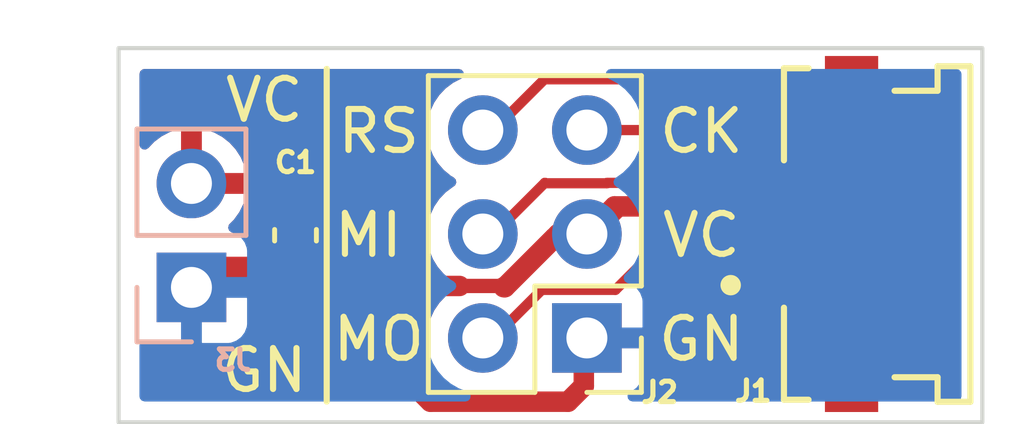
<source format=kicad_pcb>
(kicad_pcb (version 20211014) (generator pcbnew)
  (layers (0 "F.Cu" signal) (31 "B.Cu" signal) (34 "B.Paste" user) (35 "F.Paste" user) (36 "B.SilkS" user "B.Silkscreen") (37 "F.SilkS" user "F.Silkscreen") (38 "B.Mask" user) (39 "F.Mask" user) (44 "Edge.Cuts" user))
  (net 0 "")
  (net 1 "/GND")
  (net 2 "/MOSI")
  (net 3 "/VCC")
  (net 4 "/MISO")
  (net 5 "/SCK")
  (net 6 "/RESET")
  (footprint "Capacitor_SMD:C_0603_1608Metric" (layer "F.Cu") (at 36.83 31.496 90)
    (fp_text reference "C1" (at 1.778 0 180) (layer "F.SilkS") (effects (font (size 0.5 0.5) (thickness 0.125))))
    (fp_text value "C")
    (fp_line (start -0.14058 -0.51) (end 0.14058 -0.51) (layer "F.SilkS") (width 0.12))
    (fp_line (start -0.14058 0.51) (end 0.14058 0.51) (layer "F.SilkS") (width 0.12))
    (pad "1" smd roundrect (at -0.775 0 90) (size 0.9 0.95) (layers "F.Cu" "F.Paste" "F.Mask") (net 1 "/GND"))
    (pad "2" smd roundrect (at 0.775 0 90) (size 0.9 0.95) (layers "F.Cu" "F.Paste" "F.Mask") (net 3 "/VCC"))
  )
  (footprint "ffc:Molex-54550-0671-Manufacturer_Recommended" (layer "F.Cu") (at 49.452 31.466001 90)
    (fp_text reference "J1" (at -3.839999 -0.938) (layer "F.SilkS") (effects (font (size 0.5 0.5) (thickness 0.125)) (justify right)))
    (fp_text value "Conn_01x06_Female" hide)
    (fp_line (start 4.05 -0.1) (end 4.05 -0.700001) (layer "F.SilkS") (width 0.15))
    (fp_line (start 3.500001 3.049976) (end 3.500001 2.000001) (layer "F.SilkS") (width 0.15))
    (fp_line (start 1.799999 -0.700001) (end 4.05 -0.700001) (layer "F.SilkS") (width 0.15))
    (fp_line (start -4.100002 3.85) (end 4.099999 3.85) (layer "F.SilkS") (width 0.15))
    (fp_line (start -4.099994 3.850015) (end -4.099994 3.049999) (layer "F.SilkS") (width 0.15))
    (fp_line (start 3.500001 3.049976) (end 4.099999 3.049976) (layer "F.SilkS") (width 0.15))
    (fp_line (start -3.500001 3.049999) (end -3.500001 2.000001) (layer "F.SilkS") (width 0.15))
    (fp_line (start 4.099999 3.850015) (end 4.099999 3.049999) (layer "F.SilkS") (width 0.15))
    (fp_line (start -4.05 -0.700001) (end -1.800001 -0.700001) (layer "F.SilkS") (width 0.15))
    (fp_line (start -4.100002 3.049999) (end -3.500001 3.049999) (layer "F.SilkS") (width 0.15))
    (fp_line (start -4.05 -0.1) (end -4.05 -0.700001) (layer "F.SilkS") (width 0.15))
    (fp_circle (center -1.250003 -2.000001) (end -1.125002 -2.000001) (layer "F.SilkS") (width 0.249999) (fill none))
    (pad "1" smd rect locked (at -1.250003 -0.950001 90) (size 0.299999 1.000001) (layers "F.Cu" "F.Paste" "F.Mask") (net 1 "/GND"))
    (pad "2" smd rect locked (at -0.750001 -0.950001 90) (size 0.299999 1.000001) (layers "F.Cu" "F.Paste" "F.Mask") (net 6 "/RESET"))
    (pad "3" smd rect locked (at -0.250002 -0.950001 90) (size 0.299999 1.000001) (layers "F.Cu" "F.Paste" "F.Mask") (net 2 "/MOSI"))
    (pad "4" smd rect locked (at 0.249999 -0.950001 90) (size 0.299999 1.000001) (layers "F.Cu" "F.Paste" "F.Mask") (net 5 "/SCK"))
    (pad "5" smd rect locked (at 0.749999 -0.950001 90) (size 0.299999 1.000001) (layers "F.Cu" "F.Paste" "F.Mask") (net 3 "/VCC"))
    (pad "6" smd rect locked (at 1.25 -0.950001 90) (size 0.299999 1.000001) (layers "F.Cu" "F.Paste" "F.Mask") (net 4 "/MISO"))
    (pad "MP1" smd rect locked (at -3.524999 0.949998 90) (size 1.649999 1.3) (layers "F.Cu" "F.Paste" "F.Mask"))
    (pad "MP2" smd rect locked (at 3.524999 0.949998 90) (size 1.649999 1.3) (layers "F.Cu" "F.Paste" "F.Mask"))
  )
  (footprint "Connector_PinHeader_2.54mm:PinHeader_2x03_P2.54mm_Vertical" (layer "F.Cu") (at 43.942 34.006 180)
    (fp_text reference "J2" (at -1.778 -1.33) (layer "F.SilkS") (effects (font (size 0.5 0.5) (thickness 0.125))))
    (fp_text value "Conn_02x03_Counter_Clockwise")
    (fp_line (start 1.27 1.27) (end 1.27 -1.33) (layer "F.SilkS") (width 0.12))
    (fp_line (start -1.33 -1.33) (end 0 -1.33) (layer "F.SilkS") (width 0.12))
    (fp_line (start -1.33 6.41) (end 3.87 6.41) (layer "F.SilkS") (width 0.12))
    (fp_line (start 3.87 -1.33) (end 3.87 6.41) (layer "F.SilkS") (width 0.12))
    (fp_line (start -1.33 1.27) (end 1.27 1.27) (layer "F.SilkS") (width 0.12))
    (fp_line (start -1.33 1.27) (end -1.33 6.41) (layer "F.SilkS") (width 0.12))
    (fp_line (start 1.27 -1.33) (end 3.87 -1.33) (layer "F.SilkS") (width 0.12))
    (fp_line (start -1.33 0) (end -1.33 -1.33) (layer "F.SilkS") (width 0.12))
    (pad "1" thru_hole rect (at 0 0 180) (size 1.7 1.7) (drill 1) (layers *.Cu *.Mask) (net 1 "/GND"))
    (pad "2" thru_hole oval (at 2.54 0 180) (size 1.7 1.7) (drill 1) (layers *.Cu *.Mask) (net 2 "/MOSI"))
    (pad "3" thru_hole oval (at 0 2.54 180) (size 1.7 1.7) (drill 1) (layers *.Cu *.Mask) (net 3 "/VCC"))
    (pad "4" thru_hole oval (at 2.54 2.54 180) (size 1.7 1.7) (drill 1) (layers *.Cu *.Mask) (net 4 "/MISO"))
    (pad "5" thru_hole oval (at 0 5.08 180) (size 1.7 1.7) (drill 1) (layers *.Cu *.Mask) (net 5 "/SCK"))
    (pad "6" thru_hole oval (at 2.54 5.08 180) (size 1.7 1.7) (drill 1) (layers *.Cu *.Mask) (net 6 "/RESET"))
  )
  (footprint "Connector_PinHeader_2.54mm:PinHeader_1x02_P2.54mm_Vertical" (layer "B.Cu") (at 34.29 32.771)
    (fp_text reference "J3" (at 1.016 1.778) (layer "B.SilkS") (effects (font (size 0.5 0.5) (thickness 0.125)) (justify mirror)))
    (fp_text value "Conn_01x02")
    (fp_line (start -1.33 -1.27) (end -1.33 -3.87) (layer "B.SilkS") (width 0.12))
    (fp_line (start -1.33 -3.87) (end 1.33 -3.87) (layer "B.SilkS") (width 0.12))
    (fp_line (start -1.33 0) (end -1.33 1.33) (layer "B.SilkS") (width 0.12))
    (fp_line (start 1.33 -1.27) (end 1.33 -3.87) (layer "B.SilkS") (width 0.12))
    (fp_line (start -1.33 1.33) (end 0 1.33) (layer "B.SilkS") (width 0.12))
    (fp_line (start -1.33 -1.27) (end 1.33 -1.27) (layer "B.SilkS") (width 0.12))
    (pad "1" thru_hole rect (at 0 0) (size 1.7 1.7) (drill 1) (layers *.Cu *.Mask) (net 1 "/GND"))
    (pad "2" thru_hole oval (at 0 -2.54) (size 1.7 1.7) (drill 1) (layers *.Cu *.Mask) (net 3 "/VCC"))
  )
  (gr_line (start 37.592 35.56) (end 37.592 27.432) (layer "F.SilkS") (width 0.15))
  (gr_rect (start 32.512 26.924) (end 53.594 36.068) (layer "Edge.Cuts") (width 0.1) (fill none))
  (gr_text "GN" (at 46.736 34.036) (layer "F.SilkS") (effects (font (size 1 1))))
  (gr_text "CK" (at 46.736 28.956) (layer "F.SilkS") (effects (font (size 1 1))))
  (gr_text "VC" (at 46.736 31.496) (layer "F.SilkS") (effects (font (size 1 1))))
  (gr_text "VC" (at 36.068 28.194) (layer "F.SilkS") (effects (font (size 1 1))))
  (gr_text "MI" (at 38.608 31.496) (layer "F.SilkS") (effects (font (size 1 1))))
  (gr_text "GN" (at 36.068 34.798) (layer "F.SilkS") (effects (font (size 1 1))))
  (gr_text "MO" (at 38.862 34.036) (layer "F.SilkS") (effects (font (size 1 1))))
  (gr_text "RS\n" (at 38.862 28.956) (layer "F.SilkS") (effects (font (size 1 1))))
  (segment (start 47.876996 32.741001) (end 48.501999 32.741001) (width 0.35) (layer "F.Cu") (net 1))
  (segment (start 43.484 35.564) (end 40.123 35.564) (width 0.5) (layer "F.Cu") (net 1))
  (segment (start 43.867 34.081) (end 43.942 34.006) (width 0.5) (layer "F.Cu") (net 1))
  (segment (start 43.867 35.181) (end 43.484 35.564) (width 0.5) (layer "F.Cu") (net 1))
  (segment (start 36.83 32.271) (end 34.79 32.271) (width 0.5) (layer "F.Cu") (net 1))
  (segment (start 46.611997 34.006) (end 47.876996 32.741001) (width 0.35) (layer "F.Cu") (net 1))
  (segment (start 43.867 35.181) (end 43.867 34.081) (width 0.5) (layer "F.Cu") (net 1))
  (segment (start 34.79 32.271) (end 34.29 32.771) (width 0.5) (layer "F.Cu") (net 1))
  (segment (start 43.942 34.006) (end 46.611997 34.006) (width 0.5) (layer "F.Cu") (net 1))
  (segment (start 40.123 35.564) (end 36.83 32.271) (width 0.5) (layer "F.Cu") (net 1))
  (segment (start 42.841 32.831) (end 44.639 32.831) (width 0.25) (layer "F.Cu") (net 2))
  (segment (start 44.639 32.831) (end 45.753997 31.716003) (width 0.25) (layer "F.Cu") (net 2))
  (segment (start 41.666 34.006) (end 42.841 32.831) (width 0.25) (layer "F.Cu") (net 2))
  (segment (start 45.753997 31.716003) (end 48.501999 31.716003) (width 0.25) (layer "F.Cu") (net 2))
  (segment (start 43.942 31.466) (end 43.240478 31.466) (width 0.5) (layer "F.Cu") (net 3))
  (segment (start 47.515998 30.716002) (end 48.501999 30.716002) (width 0.3) (layer "F.Cu") (net 3))
  (segment (start 41.910478 32.736) (end 41.940478 32.766) (width 0.35) (layer "F.Cu") (net 3))
  (segment (start 43.942 31.466) (end 44.616999 30.791001) (width 0.5) (layer "F.Cu") (net 3))
  (segment (start 47.440999 30.791001) (end 47.515998 30.716002) (width 0.3) (layer "F.Cu") (net 3))
  (segment (start 36.83 30.721) (end 38.845 32.736) (width 0.5) (layer "F.Cu") (net 3))
  (segment (start 43.063701 31.466) (end 41.888701 32.641) (width 0.25) (layer "F.Cu") (net 3))
  (segment (start 43.942 31.466) (end 43.063701 31.466) (width 0.25) (layer "F.Cu") (net 3))
  (segment (start 41.940478 32.766) (end 41.91 32.766) (width 0.5) (layer "F.Cu") (net 3))
  (segment (start 43.240478 31.466) (end 41.940478 32.766) (width 0.5) (layer "F.Cu") (net 3))
  (segment (start 40.833522 32.736) (end 41.910478 32.736) (width 0.35) (layer "F.Cu") (net 3))
  (segment (start 44.206 31.466) (end 44.955998 30.716002) (width 0.25) (layer "F.Cu") (net 3))
  (segment (start 44.616999 30.791001) (end 47.440999 30.791001) (width 0.5) (layer "F.Cu") (net 3))
  (segment (start 36.34 30.231) (end 36.83 30.721) (width 0.5) (layer "F.Cu") (net 3))
  (segment (start 38.845 32.736) (end 40.833522 32.736) (width 0.5) (layer "F.Cu") (net 3))
  (segment (start 34.29 30.231) (end 36.34 30.231) (width 0.5) (layer "F.Cu") (net 3))
  (segment (start 42.915999 30.216001) (end 42.925998 30.226) (width 0.25) (layer "F.Cu") (net 4))
  (segment (start 42.925998 30.226) (end 44.43 30.226) (width 0.25) (layer "F.Cu") (net 4))
  (segment (start 44.43 30.226) (end 44.439999 30.216001) (width 0.25) (layer "F.Cu") (net 4))
  (segment (start 41.666 31.466) (end 42.915999 30.216001) (width 0.25) (layer "F.Cu") (net 4))
  (segment (start 44.439999 30.216001) (end 48.501999 30.216001) (width 0.25) (layer "F.Cu") (net 4))
  (segment (start 49.022 29.464) (end 49.53 29.972) (width 0.25) (layer "F.Cu") (net 5))
  (segment (start 47.498 29.464) (end 49.022 29.464) (width 0.25) (layer "F.Cu") (net 5))
  (segment (start 49.326999 31.191001) (end 48.527 31.191001) (width 0.25) (layer "F.Cu") (net 5))
  (segment (start 48.527 31.191001) (end 48.501999 31.216002) (width 0.25) (layer "F.Cu") (net 5))
  (segment (start 46.96 28.926) (end 47.498 29.464) (width 0.25) (layer "F.Cu") (net 5))
  (segment (start 44.206 28.926) (end 46.96 28.926) (width 0.25) (layer "F.Cu") (net 5))
  (segment (start 49.53 29.972) (end 49.53 30.988) (width 0.25) (layer "F.Cu") (net 5))
  (segment (start 49.53 30.988) (end 49.326999 31.191001) (width 0.25) (layer "F.Cu") (net 5))
  (segment (start 49.301999 32.216002) (end 48.501999 32.216002) (width 0.25) (layer "F.Cu") (net 6))
  (segment (start 49.98 31.538001) (end 49.301999 32.216002) (width 0.25) (layer "F.Cu") (net 6))
  (segment (start 42.906 27.686) (end 47.880396 27.686) (width 0.25) (layer "F.Cu") (net 6))
  (segment (start 49.98 29.785604) (end 49.98 31.538001) (width 0.25) (layer "F.Cu") (net 6))
  (segment (start 41.666 28.926) (end 42.906 27.686) (width 0.25) (layer "F.Cu") (net 6))
  (segment (start 47.880396 27.686) (end 49.98 29.785604) (width 0.25) (layer "F.Cu") (net 6))
  (zone (net 3) (net_name "/VCC") (layer "F.Cu") (connect_pads (clearance 0.508)) (min_thickness 0.254) (fill yes (thermal_gap 0.508) (thermal_bridge_width 0.508))
    (polygon (pts (xy 53.594 36.068) (xy 32.512 36.068) (xy 32.512 26.924) (xy 53.594 26.924)))
  )
  (zone (net 1) (net_name "/GND") (layer "B.Cu") (connect_pads (clearance 0.508)) (min_thickness 0.254) (fill yes (thermal_gap 0.508) (thermal_bridge_width 0.508))
    (polygon (pts (xy 53.594 36.068) (xy 32.512 36.068) (xy 32.512 26.924) (xy 53.594 26.924)))
  )
)
</source>
